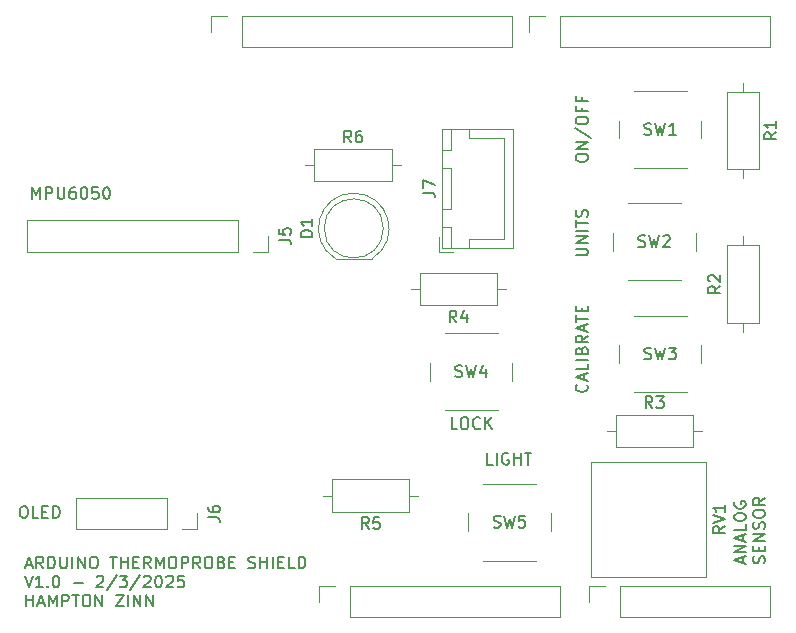
<source format=gbr>
%TF.GenerationSoftware,KiCad,Pcbnew,8.0.8*%
%TF.CreationDate,2025-02-03T18:19:12-07:00*%
%TF.ProjectId,project1,70726f6a-6563-4743-912e-6b696361645f,rev?*%
%TF.SameCoordinates,Original*%
%TF.FileFunction,Legend,Top*%
%TF.FilePolarity,Positive*%
%FSLAX46Y46*%
G04 Gerber Fmt 4.6, Leading zero omitted, Abs format (unit mm)*
G04 Created by KiCad (PCBNEW 8.0.8) date 2025-02-03 18:19:12*
%MOMM*%
%LPD*%
G01*
G04 APERTURE LIST*
%ADD10C,0.150000*%
%ADD11C,0.120000*%
G04 APERTURE END LIST*
D10*
X162474160Y-94210839D02*
X162474160Y-93734649D01*
X162759875Y-94306077D02*
X161759875Y-93972744D01*
X161759875Y-93972744D02*
X162759875Y-93639411D01*
X162759875Y-93306077D02*
X161759875Y-93306077D01*
X161759875Y-93306077D02*
X162759875Y-92734649D01*
X162759875Y-92734649D02*
X161759875Y-92734649D01*
X162474160Y-92306077D02*
X162474160Y-91829887D01*
X162759875Y-92401315D02*
X161759875Y-92067982D01*
X161759875Y-92067982D02*
X162759875Y-91734649D01*
X162759875Y-90925125D02*
X162759875Y-91401315D01*
X162759875Y-91401315D02*
X161759875Y-91401315D01*
X161759875Y-90401315D02*
X161759875Y-90210839D01*
X161759875Y-90210839D02*
X161807494Y-90115601D01*
X161807494Y-90115601D02*
X161902732Y-90020363D01*
X161902732Y-90020363D02*
X162093208Y-89972744D01*
X162093208Y-89972744D02*
X162426541Y-89972744D01*
X162426541Y-89972744D02*
X162617017Y-90020363D01*
X162617017Y-90020363D02*
X162712256Y-90115601D01*
X162712256Y-90115601D02*
X162759875Y-90210839D01*
X162759875Y-90210839D02*
X162759875Y-90401315D01*
X162759875Y-90401315D02*
X162712256Y-90496553D01*
X162712256Y-90496553D02*
X162617017Y-90591791D01*
X162617017Y-90591791D02*
X162426541Y-90639410D01*
X162426541Y-90639410D02*
X162093208Y-90639410D01*
X162093208Y-90639410D02*
X161902732Y-90591791D01*
X161902732Y-90591791D02*
X161807494Y-90496553D01*
X161807494Y-90496553D02*
X161759875Y-90401315D01*
X161807494Y-89020363D02*
X161759875Y-89115601D01*
X161759875Y-89115601D02*
X161759875Y-89258458D01*
X161759875Y-89258458D02*
X161807494Y-89401315D01*
X161807494Y-89401315D02*
X161902732Y-89496553D01*
X161902732Y-89496553D02*
X161997970Y-89544172D01*
X161997970Y-89544172D02*
X162188446Y-89591791D01*
X162188446Y-89591791D02*
X162331303Y-89591791D01*
X162331303Y-89591791D02*
X162521779Y-89544172D01*
X162521779Y-89544172D02*
X162617017Y-89496553D01*
X162617017Y-89496553D02*
X162712256Y-89401315D01*
X162712256Y-89401315D02*
X162759875Y-89258458D01*
X162759875Y-89258458D02*
X162759875Y-89163220D01*
X162759875Y-89163220D02*
X162712256Y-89020363D01*
X162712256Y-89020363D02*
X162664636Y-88972744D01*
X162664636Y-88972744D02*
X162331303Y-88972744D01*
X162331303Y-88972744D02*
X162331303Y-89163220D01*
X164322200Y-94210839D02*
X164369819Y-94067982D01*
X164369819Y-94067982D02*
X164369819Y-93829887D01*
X164369819Y-93829887D02*
X164322200Y-93734649D01*
X164322200Y-93734649D02*
X164274580Y-93687030D01*
X164274580Y-93687030D02*
X164179342Y-93639411D01*
X164179342Y-93639411D02*
X164084104Y-93639411D01*
X164084104Y-93639411D02*
X163988866Y-93687030D01*
X163988866Y-93687030D02*
X163941247Y-93734649D01*
X163941247Y-93734649D02*
X163893628Y-93829887D01*
X163893628Y-93829887D02*
X163846009Y-94020363D01*
X163846009Y-94020363D02*
X163798390Y-94115601D01*
X163798390Y-94115601D02*
X163750771Y-94163220D01*
X163750771Y-94163220D02*
X163655533Y-94210839D01*
X163655533Y-94210839D02*
X163560295Y-94210839D01*
X163560295Y-94210839D02*
X163465057Y-94163220D01*
X163465057Y-94163220D02*
X163417438Y-94115601D01*
X163417438Y-94115601D02*
X163369819Y-94020363D01*
X163369819Y-94020363D02*
X163369819Y-93782268D01*
X163369819Y-93782268D02*
X163417438Y-93639411D01*
X163846009Y-93210839D02*
X163846009Y-92877506D01*
X164369819Y-92734649D02*
X164369819Y-93210839D01*
X164369819Y-93210839D02*
X163369819Y-93210839D01*
X163369819Y-93210839D02*
X163369819Y-92734649D01*
X164369819Y-92306077D02*
X163369819Y-92306077D01*
X163369819Y-92306077D02*
X164369819Y-91734649D01*
X164369819Y-91734649D02*
X163369819Y-91734649D01*
X164322200Y-91306077D02*
X164369819Y-91163220D01*
X164369819Y-91163220D02*
X164369819Y-90925125D01*
X164369819Y-90925125D02*
X164322200Y-90829887D01*
X164322200Y-90829887D02*
X164274580Y-90782268D01*
X164274580Y-90782268D02*
X164179342Y-90734649D01*
X164179342Y-90734649D02*
X164084104Y-90734649D01*
X164084104Y-90734649D02*
X163988866Y-90782268D01*
X163988866Y-90782268D02*
X163941247Y-90829887D01*
X163941247Y-90829887D02*
X163893628Y-90925125D01*
X163893628Y-90925125D02*
X163846009Y-91115601D01*
X163846009Y-91115601D02*
X163798390Y-91210839D01*
X163798390Y-91210839D02*
X163750771Y-91258458D01*
X163750771Y-91258458D02*
X163655533Y-91306077D01*
X163655533Y-91306077D02*
X163560295Y-91306077D01*
X163560295Y-91306077D02*
X163465057Y-91258458D01*
X163465057Y-91258458D02*
X163417438Y-91210839D01*
X163417438Y-91210839D02*
X163369819Y-91115601D01*
X163369819Y-91115601D02*
X163369819Y-90877506D01*
X163369819Y-90877506D02*
X163417438Y-90734649D01*
X163369819Y-90115601D02*
X163369819Y-89925125D01*
X163369819Y-89925125D02*
X163417438Y-89829887D01*
X163417438Y-89829887D02*
X163512676Y-89734649D01*
X163512676Y-89734649D02*
X163703152Y-89687030D01*
X163703152Y-89687030D02*
X164036485Y-89687030D01*
X164036485Y-89687030D02*
X164226961Y-89734649D01*
X164226961Y-89734649D02*
X164322200Y-89829887D01*
X164322200Y-89829887D02*
X164369819Y-89925125D01*
X164369819Y-89925125D02*
X164369819Y-90115601D01*
X164369819Y-90115601D02*
X164322200Y-90210839D01*
X164322200Y-90210839D02*
X164226961Y-90306077D01*
X164226961Y-90306077D02*
X164036485Y-90353696D01*
X164036485Y-90353696D02*
X163703152Y-90353696D01*
X163703152Y-90353696D02*
X163512676Y-90306077D01*
X163512676Y-90306077D02*
X163417438Y-90210839D01*
X163417438Y-90210839D02*
X163369819Y-90115601D01*
X164369819Y-88687030D02*
X163893628Y-89020363D01*
X164369819Y-89258458D02*
X163369819Y-89258458D01*
X163369819Y-89258458D02*
X163369819Y-88877506D01*
X163369819Y-88877506D02*
X163417438Y-88782268D01*
X163417438Y-88782268D02*
X163465057Y-88734649D01*
X163465057Y-88734649D02*
X163560295Y-88687030D01*
X163560295Y-88687030D02*
X163703152Y-88687030D01*
X163703152Y-88687030D02*
X163798390Y-88734649D01*
X163798390Y-88734649D02*
X163846009Y-88782268D01*
X163846009Y-88782268D02*
X163893628Y-88877506D01*
X163893628Y-88877506D02*
X163893628Y-89258458D01*
X101527255Y-89369819D02*
X101717731Y-89369819D01*
X101717731Y-89369819D02*
X101812969Y-89417438D01*
X101812969Y-89417438D02*
X101908207Y-89512676D01*
X101908207Y-89512676D02*
X101955826Y-89703152D01*
X101955826Y-89703152D02*
X101955826Y-90036485D01*
X101955826Y-90036485D02*
X101908207Y-90226961D01*
X101908207Y-90226961D02*
X101812969Y-90322200D01*
X101812969Y-90322200D02*
X101717731Y-90369819D01*
X101717731Y-90369819D02*
X101527255Y-90369819D01*
X101527255Y-90369819D02*
X101432017Y-90322200D01*
X101432017Y-90322200D02*
X101336779Y-90226961D01*
X101336779Y-90226961D02*
X101289160Y-90036485D01*
X101289160Y-90036485D02*
X101289160Y-89703152D01*
X101289160Y-89703152D02*
X101336779Y-89512676D01*
X101336779Y-89512676D02*
X101432017Y-89417438D01*
X101432017Y-89417438D02*
X101527255Y-89369819D01*
X102860588Y-90369819D02*
X102384398Y-90369819D01*
X102384398Y-90369819D02*
X102384398Y-89369819D01*
X103193922Y-89846009D02*
X103527255Y-89846009D01*
X103670112Y-90369819D02*
X103193922Y-90369819D01*
X103193922Y-90369819D02*
X103193922Y-89369819D01*
X103193922Y-89369819D02*
X103670112Y-89369819D01*
X104098684Y-90369819D02*
X104098684Y-89369819D01*
X104098684Y-89369819D02*
X104336779Y-89369819D01*
X104336779Y-89369819D02*
X104479636Y-89417438D01*
X104479636Y-89417438D02*
X104574874Y-89512676D01*
X104574874Y-89512676D02*
X104622493Y-89607914D01*
X104622493Y-89607914D02*
X104670112Y-89798390D01*
X104670112Y-89798390D02*
X104670112Y-89941247D01*
X104670112Y-89941247D02*
X104622493Y-90131723D01*
X104622493Y-90131723D02*
X104574874Y-90226961D01*
X104574874Y-90226961D02*
X104479636Y-90322200D01*
X104479636Y-90322200D02*
X104336779Y-90369819D01*
X104336779Y-90369819D02*
X104098684Y-90369819D01*
X149274580Y-79091792D02*
X149322200Y-79139411D01*
X149322200Y-79139411D02*
X149369819Y-79282268D01*
X149369819Y-79282268D02*
X149369819Y-79377506D01*
X149369819Y-79377506D02*
X149322200Y-79520363D01*
X149322200Y-79520363D02*
X149226961Y-79615601D01*
X149226961Y-79615601D02*
X149131723Y-79663220D01*
X149131723Y-79663220D02*
X148941247Y-79710839D01*
X148941247Y-79710839D02*
X148798390Y-79710839D01*
X148798390Y-79710839D02*
X148607914Y-79663220D01*
X148607914Y-79663220D02*
X148512676Y-79615601D01*
X148512676Y-79615601D02*
X148417438Y-79520363D01*
X148417438Y-79520363D02*
X148369819Y-79377506D01*
X148369819Y-79377506D02*
X148369819Y-79282268D01*
X148369819Y-79282268D02*
X148417438Y-79139411D01*
X148417438Y-79139411D02*
X148465057Y-79091792D01*
X149084104Y-78710839D02*
X149084104Y-78234649D01*
X149369819Y-78806077D02*
X148369819Y-78472744D01*
X148369819Y-78472744D02*
X149369819Y-78139411D01*
X149369819Y-77329887D02*
X149369819Y-77806077D01*
X149369819Y-77806077D02*
X148369819Y-77806077D01*
X149369819Y-76996553D02*
X148369819Y-76996553D01*
X148846009Y-76187030D02*
X148893628Y-76044173D01*
X148893628Y-76044173D02*
X148941247Y-75996554D01*
X148941247Y-75996554D02*
X149036485Y-75948935D01*
X149036485Y-75948935D02*
X149179342Y-75948935D01*
X149179342Y-75948935D02*
X149274580Y-75996554D01*
X149274580Y-75996554D02*
X149322200Y-76044173D01*
X149322200Y-76044173D02*
X149369819Y-76139411D01*
X149369819Y-76139411D02*
X149369819Y-76520363D01*
X149369819Y-76520363D02*
X148369819Y-76520363D01*
X148369819Y-76520363D02*
X148369819Y-76187030D01*
X148369819Y-76187030D02*
X148417438Y-76091792D01*
X148417438Y-76091792D02*
X148465057Y-76044173D01*
X148465057Y-76044173D02*
X148560295Y-75996554D01*
X148560295Y-75996554D02*
X148655533Y-75996554D01*
X148655533Y-75996554D02*
X148750771Y-76044173D01*
X148750771Y-76044173D02*
X148798390Y-76091792D01*
X148798390Y-76091792D02*
X148846009Y-76187030D01*
X148846009Y-76187030D02*
X148846009Y-76520363D01*
X149369819Y-74948935D02*
X148893628Y-75282268D01*
X149369819Y-75520363D02*
X148369819Y-75520363D01*
X148369819Y-75520363D02*
X148369819Y-75139411D01*
X148369819Y-75139411D02*
X148417438Y-75044173D01*
X148417438Y-75044173D02*
X148465057Y-74996554D01*
X148465057Y-74996554D02*
X148560295Y-74948935D01*
X148560295Y-74948935D02*
X148703152Y-74948935D01*
X148703152Y-74948935D02*
X148798390Y-74996554D01*
X148798390Y-74996554D02*
X148846009Y-75044173D01*
X148846009Y-75044173D02*
X148893628Y-75139411D01*
X148893628Y-75139411D02*
X148893628Y-75520363D01*
X149084104Y-74567982D02*
X149084104Y-74091792D01*
X149369819Y-74663220D02*
X148369819Y-74329887D01*
X148369819Y-74329887D02*
X149369819Y-73996554D01*
X148369819Y-73806077D02*
X148369819Y-73234649D01*
X149369819Y-73520363D02*
X148369819Y-73520363D01*
X148846009Y-72901315D02*
X148846009Y-72567982D01*
X149369819Y-72425125D02*
X149369819Y-72901315D01*
X149369819Y-72901315D02*
X148369819Y-72901315D01*
X148369819Y-72901315D02*
X148369819Y-72425125D01*
X141312969Y-85869819D02*
X140836779Y-85869819D01*
X140836779Y-85869819D02*
X140836779Y-84869819D01*
X141646303Y-85869819D02*
X141646303Y-84869819D01*
X142646302Y-84917438D02*
X142551064Y-84869819D01*
X142551064Y-84869819D02*
X142408207Y-84869819D01*
X142408207Y-84869819D02*
X142265350Y-84917438D01*
X142265350Y-84917438D02*
X142170112Y-85012676D01*
X142170112Y-85012676D02*
X142122493Y-85107914D01*
X142122493Y-85107914D02*
X142074874Y-85298390D01*
X142074874Y-85298390D02*
X142074874Y-85441247D01*
X142074874Y-85441247D02*
X142122493Y-85631723D01*
X142122493Y-85631723D02*
X142170112Y-85726961D01*
X142170112Y-85726961D02*
X142265350Y-85822200D01*
X142265350Y-85822200D02*
X142408207Y-85869819D01*
X142408207Y-85869819D02*
X142503445Y-85869819D01*
X142503445Y-85869819D02*
X142646302Y-85822200D01*
X142646302Y-85822200D02*
X142693921Y-85774580D01*
X142693921Y-85774580D02*
X142693921Y-85441247D01*
X142693921Y-85441247D02*
X142503445Y-85441247D01*
X143122493Y-85869819D02*
X143122493Y-84869819D01*
X143122493Y-85346009D02*
X143693921Y-85346009D01*
X143693921Y-85869819D02*
X143693921Y-84869819D01*
X144027255Y-84869819D02*
X144598683Y-84869819D01*
X144312969Y-85869819D02*
X144312969Y-84869819D01*
X148369819Y-59972744D02*
X148369819Y-59782268D01*
X148369819Y-59782268D02*
X148417438Y-59687030D01*
X148417438Y-59687030D02*
X148512676Y-59591792D01*
X148512676Y-59591792D02*
X148703152Y-59544173D01*
X148703152Y-59544173D02*
X149036485Y-59544173D01*
X149036485Y-59544173D02*
X149226961Y-59591792D01*
X149226961Y-59591792D02*
X149322200Y-59687030D01*
X149322200Y-59687030D02*
X149369819Y-59782268D01*
X149369819Y-59782268D02*
X149369819Y-59972744D01*
X149369819Y-59972744D02*
X149322200Y-60067982D01*
X149322200Y-60067982D02*
X149226961Y-60163220D01*
X149226961Y-60163220D02*
X149036485Y-60210839D01*
X149036485Y-60210839D02*
X148703152Y-60210839D01*
X148703152Y-60210839D02*
X148512676Y-60163220D01*
X148512676Y-60163220D02*
X148417438Y-60067982D01*
X148417438Y-60067982D02*
X148369819Y-59972744D01*
X149369819Y-59115601D02*
X148369819Y-59115601D01*
X148369819Y-59115601D02*
X149369819Y-58544173D01*
X149369819Y-58544173D02*
X148369819Y-58544173D01*
X148322200Y-57353697D02*
X149607914Y-58210839D01*
X148369819Y-56829887D02*
X148369819Y-56639411D01*
X148369819Y-56639411D02*
X148417438Y-56544173D01*
X148417438Y-56544173D02*
X148512676Y-56448935D01*
X148512676Y-56448935D02*
X148703152Y-56401316D01*
X148703152Y-56401316D02*
X149036485Y-56401316D01*
X149036485Y-56401316D02*
X149226961Y-56448935D01*
X149226961Y-56448935D02*
X149322200Y-56544173D01*
X149322200Y-56544173D02*
X149369819Y-56639411D01*
X149369819Y-56639411D02*
X149369819Y-56829887D01*
X149369819Y-56829887D02*
X149322200Y-56925125D01*
X149322200Y-56925125D02*
X149226961Y-57020363D01*
X149226961Y-57020363D02*
X149036485Y-57067982D01*
X149036485Y-57067982D02*
X148703152Y-57067982D01*
X148703152Y-57067982D02*
X148512676Y-57020363D01*
X148512676Y-57020363D02*
X148417438Y-56925125D01*
X148417438Y-56925125D02*
X148369819Y-56829887D01*
X148846009Y-55639411D02*
X148846009Y-55972744D01*
X149369819Y-55972744D02*
X148369819Y-55972744D01*
X148369819Y-55972744D02*
X148369819Y-55496554D01*
X148846009Y-54782268D02*
X148846009Y-55115601D01*
X149369819Y-55115601D02*
X148369819Y-55115601D01*
X148369819Y-55115601D02*
X148369819Y-54639411D01*
X101789160Y-94364216D02*
X102265350Y-94364216D01*
X101693922Y-94649931D02*
X102027255Y-93649931D01*
X102027255Y-93649931D02*
X102360588Y-94649931D01*
X103265350Y-94649931D02*
X102932017Y-94173740D01*
X102693922Y-94649931D02*
X102693922Y-93649931D01*
X102693922Y-93649931D02*
X103074874Y-93649931D01*
X103074874Y-93649931D02*
X103170112Y-93697550D01*
X103170112Y-93697550D02*
X103217731Y-93745169D01*
X103217731Y-93745169D02*
X103265350Y-93840407D01*
X103265350Y-93840407D02*
X103265350Y-93983264D01*
X103265350Y-93983264D02*
X103217731Y-94078502D01*
X103217731Y-94078502D02*
X103170112Y-94126121D01*
X103170112Y-94126121D02*
X103074874Y-94173740D01*
X103074874Y-94173740D02*
X102693922Y-94173740D01*
X103693922Y-94649931D02*
X103693922Y-93649931D01*
X103693922Y-93649931D02*
X103932017Y-93649931D01*
X103932017Y-93649931D02*
X104074874Y-93697550D01*
X104074874Y-93697550D02*
X104170112Y-93792788D01*
X104170112Y-93792788D02*
X104217731Y-93888026D01*
X104217731Y-93888026D02*
X104265350Y-94078502D01*
X104265350Y-94078502D02*
X104265350Y-94221359D01*
X104265350Y-94221359D02*
X104217731Y-94411835D01*
X104217731Y-94411835D02*
X104170112Y-94507073D01*
X104170112Y-94507073D02*
X104074874Y-94602312D01*
X104074874Y-94602312D02*
X103932017Y-94649931D01*
X103932017Y-94649931D02*
X103693922Y-94649931D01*
X104693922Y-93649931D02*
X104693922Y-94459454D01*
X104693922Y-94459454D02*
X104741541Y-94554692D01*
X104741541Y-94554692D02*
X104789160Y-94602312D01*
X104789160Y-94602312D02*
X104884398Y-94649931D01*
X104884398Y-94649931D02*
X105074874Y-94649931D01*
X105074874Y-94649931D02*
X105170112Y-94602312D01*
X105170112Y-94602312D02*
X105217731Y-94554692D01*
X105217731Y-94554692D02*
X105265350Y-94459454D01*
X105265350Y-94459454D02*
X105265350Y-93649931D01*
X105741541Y-94649931D02*
X105741541Y-93649931D01*
X106217731Y-94649931D02*
X106217731Y-93649931D01*
X106217731Y-93649931D02*
X106789159Y-94649931D01*
X106789159Y-94649931D02*
X106789159Y-93649931D01*
X107455826Y-93649931D02*
X107646302Y-93649931D01*
X107646302Y-93649931D02*
X107741540Y-93697550D01*
X107741540Y-93697550D02*
X107836778Y-93792788D01*
X107836778Y-93792788D02*
X107884397Y-93983264D01*
X107884397Y-93983264D02*
X107884397Y-94316597D01*
X107884397Y-94316597D02*
X107836778Y-94507073D01*
X107836778Y-94507073D02*
X107741540Y-94602312D01*
X107741540Y-94602312D02*
X107646302Y-94649931D01*
X107646302Y-94649931D02*
X107455826Y-94649931D01*
X107455826Y-94649931D02*
X107360588Y-94602312D01*
X107360588Y-94602312D02*
X107265350Y-94507073D01*
X107265350Y-94507073D02*
X107217731Y-94316597D01*
X107217731Y-94316597D02*
X107217731Y-93983264D01*
X107217731Y-93983264D02*
X107265350Y-93792788D01*
X107265350Y-93792788D02*
X107360588Y-93697550D01*
X107360588Y-93697550D02*
X107455826Y-93649931D01*
X108932017Y-93649931D02*
X109503445Y-93649931D01*
X109217731Y-94649931D02*
X109217731Y-93649931D01*
X109836779Y-94649931D02*
X109836779Y-93649931D01*
X109836779Y-94126121D02*
X110408207Y-94126121D01*
X110408207Y-94649931D02*
X110408207Y-93649931D01*
X110884398Y-94126121D02*
X111217731Y-94126121D01*
X111360588Y-94649931D02*
X110884398Y-94649931D01*
X110884398Y-94649931D02*
X110884398Y-93649931D01*
X110884398Y-93649931D02*
X111360588Y-93649931D01*
X112360588Y-94649931D02*
X112027255Y-94173740D01*
X111789160Y-94649931D02*
X111789160Y-93649931D01*
X111789160Y-93649931D02*
X112170112Y-93649931D01*
X112170112Y-93649931D02*
X112265350Y-93697550D01*
X112265350Y-93697550D02*
X112312969Y-93745169D01*
X112312969Y-93745169D02*
X112360588Y-93840407D01*
X112360588Y-93840407D02*
X112360588Y-93983264D01*
X112360588Y-93983264D02*
X112312969Y-94078502D01*
X112312969Y-94078502D02*
X112265350Y-94126121D01*
X112265350Y-94126121D02*
X112170112Y-94173740D01*
X112170112Y-94173740D02*
X111789160Y-94173740D01*
X112789160Y-94649931D02*
X112789160Y-93649931D01*
X112789160Y-93649931D02*
X113122493Y-94364216D01*
X113122493Y-94364216D02*
X113455826Y-93649931D01*
X113455826Y-93649931D02*
X113455826Y-94649931D01*
X114122493Y-93649931D02*
X114312969Y-93649931D01*
X114312969Y-93649931D02*
X114408207Y-93697550D01*
X114408207Y-93697550D02*
X114503445Y-93792788D01*
X114503445Y-93792788D02*
X114551064Y-93983264D01*
X114551064Y-93983264D02*
X114551064Y-94316597D01*
X114551064Y-94316597D02*
X114503445Y-94507073D01*
X114503445Y-94507073D02*
X114408207Y-94602312D01*
X114408207Y-94602312D02*
X114312969Y-94649931D01*
X114312969Y-94649931D02*
X114122493Y-94649931D01*
X114122493Y-94649931D02*
X114027255Y-94602312D01*
X114027255Y-94602312D02*
X113932017Y-94507073D01*
X113932017Y-94507073D02*
X113884398Y-94316597D01*
X113884398Y-94316597D02*
X113884398Y-93983264D01*
X113884398Y-93983264D02*
X113932017Y-93792788D01*
X113932017Y-93792788D02*
X114027255Y-93697550D01*
X114027255Y-93697550D02*
X114122493Y-93649931D01*
X114979636Y-94649931D02*
X114979636Y-93649931D01*
X114979636Y-93649931D02*
X115360588Y-93649931D01*
X115360588Y-93649931D02*
X115455826Y-93697550D01*
X115455826Y-93697550D02*
X115503445Y-93745169D01*
X115503445Y-93745169D02*
X115551064Y-93840407D01*
X115551064Y-93840407D02*
X115551064Y-93983264D01*
X115551064Y-93983264D02*
X115503445Y-94078502D01*
X115503445Y-94078502D02*
X115455826Y-94126121D01*
X115455826Y-94126121D02*
X115360588Y-94173740D01*
X115360588Y-94173740D02*
X114979636Y-94173740D01*
X116551064Y-94649931D02*
X116217731Y-94173740D01*
X115979636Y-94649931D02*
X115979636Y-93649931D01*
X115979636Y-93649931D02*
X116360588Y-93649931D01*
X116360588Y-93649931D02*
X116455826Y-93697550D01*
X116455826Y-93697550D02*
X116503445Y-93745169D01*
X116503445Y-93745169D02*
X116551064Y-93840407D01*
X116551064Y-93840407D02*
X116551064Y-93983264D01*
X116551064Y-93983264D02*
X116503445Y-94078502D01*
X116503445Y-94078502D02*
X116455826Y-94126121D01*
X116455826Y-94126121D02*
X116360588Y-94173740D01*
X116360588Y-94173740D02*
X115979636Y-94173740D01*
X117170112Y-93649931D02*
X117360588Y-93649931D01*
X117360588Y-93649931D02*
X117455826Y-93697550D01*
X117455826Y-93697550D02*
X117551064Y-93792788D01*
X117551064Y-93792788D02*
X117598683Y-93983264D01*
X117598683Y-93983264D02*
X117598683Y-94316597D01*
X117598683Y-94316597D02*
X117551064Y-94507073D01*
X117551064Y-94507073D02*
X117455826Y-94602312D01*
X117455826Y-94602312D02*
X117360588Y-94649931D01*
X117360588Y-94649931D02*
X117170112Y-94649931D01*
X117170112Y-94649931D02*
X117074874Y-94602312D01*
X117074874Y-94602312D02*
X116979636Y-94507073D01*
X116979636Y-94507073D02*
X116932017Y-94316597D01*
X116932017Y-94316597D02*
X116932017Y-93983264D01*
X116932017Y-93983264D02*
X116979636Y-93792788D01*
X116979636Y-93792788D02*
X117074874Y-93697550D01*
X117074874Y-93697550D02*
X117170112Y-93649931D01*
X118360588Y-94126121D02*
X118503445Y-94173740D01*
X118503445Y-94173740D02*
X118551064Y-94221359D01*
X118551064Y-94221359D02*
X118598683Y-94316597D01*
X118598683Y-94316597D02*
X118598683Y-94459454D01*
X118598683Y-94459454D02*
X118551064Y-94554692D01*
X118551064Y-94554692D02*
X118503445Y-94602312D01*
X118503445Y-94602312D02*
X118408207Y-94649931D01*
X118408207Y-94649931D02*
X118027255Y-94649931D01*
X118027255Y-94649931D02*
X118027255Y-93649931D01*
X118027255Y-93649931D02*
X118360588Y-93649931D01*
X118360588Y-93649931D02*
X118455826Y-93697550D01*
X118455826Y-93697550D02*
X118503445Y-93745169D01*
X118503445Y-93745169D02*
X118551064Y-93840407D01*
X118551064Y-93840407D02*
X118551064Y-93935645D01*
X118551064Y-93935645D02*
X118503445Y-94030883D01*
X118503445Y-94030883D02*
X118455826Y-94078502D01*
X118455826Y-94078502D02*
X118360588Y-94126121D01*
X118360588Y-94126121D02*
X118027255Y-94126121D01*
X119027255Y-94126121D02*
X119360588Y-94126121D01*
X119503445Y-94649931D02*
X119027255Y-94649931D01*
X119027255Y-94649931D02*
X119027255Y-93649931D01*
X119027255Y-93649931D02*
X119503445Y-93649931D01*
X120646303Y-94602312D02*
X120789160Y-94649931D01*
X120789160Y-94649931D02*
X121027255Y-94649931D01*
X121027255Y-94649931D02*
X121122493Y-94602312D01*
X121122493Y-94602312D02*
X121170112Y-94554692D01*
X121170112Y-94554692D02*
X121217731Y-94459454D01*
X121217731Y-94459454D02*
X121217731Y-94364216D01*
X121217731Y-94364216D02*
X121170112Y-94268978D01*
X121170112Y-94268978D02*
X121122493Y-94221359D01*
X121122493Y-94221359D02*
X121027255Y-94173740D01*
X121027255Y-94173740D02*
X120836779Y-94126121D01*
X120836779Y-94126121D02*
X120741541Y-94078502D01*
X120741541Y-94078502D02*
X120693922Y-94030883D01*
X120693922Y-94030883D02*
X120646303Y-93935645D01*
X120646303Y-93935645D02*
X120646303Y-93840407D01*
X120646303Y-93840407D02*
X120693922Y-93745169D01*
X120693922Y-93745169D02*
X120741541Y-93697550D01*
X120741541Y-93697550D02*
X120836779Y-93649931D01*
X120836779Y-93649931D02*
X121074874Y-93649931D01*
X121074874Y-93649931D02*
X121217731Y-93697550D01*
X121646303Y-94649931D02*
X121646303Y-93649931D01*
X121646303Y-94126121D02*
X122217731Y-94126121D01*
X122217731Y-94649931D02*
X122217731Y-93649931D01*
X122693922Y-94649931D02*
X122693922Y-93649931D01*
X123170112Y-94126121D02*
X123503445Y-94126121D01*
X123646302Y-94649931D02*
X123170112Y-94649931D01*
X123170112Y-94649931D02*
X123170112Y-93649931D01*
X123170112Y-93649931D02*
X123646302Y-93649931D01*
X124551064Y-94649931D02*
X124074874Y-94649931D01*
X124074874Y-94649931D02*
X124074874Y-93649931D01*
X124884398Y-94649931D02*
X124884398Y-93649931D01*
X124884398Y-93649931D02*
X125122493Y-93649931D01*
X125122493Y-93649931D02*
X125265350Y-93697550D01*
X125265350Y-93697550D02*
X125360588Y-93792788D01*
X125360588Y-93792788D02*
X125408207Y-93888026D01*
X125408207Y-93888026D02*
X125455826Y-94078502D01*
X125455826Y-94078502D02*
X125455826Y-94221359D01*
X125455826Y-94221359D02*
X125408207Y-94411835D01*
X125408207Y-94411835D02*
X125360588Y-94507073D01*
X125360588Y-94507073D02*
X125265350Y-94602312D01*
X125265350Y-94602312D02*
X125122493Y-94649931D01*
X125122493Y-94649931D02*
X124884398Y-94649931D01*
X101693922Y-95259875D02*
X102027255Y-96259875D01*
X102027255Y-96259875D02*
X102360588Y-95259875D01*
X103217731Y-96259875D02*
X102646303Y-96259875D01*
X102932017Y-96259875D02*
X102932017Y-95259875D01*
X102932017Y-95259875D02*
X102836779Y-95402732D01*
X102836779Y-95402732D02*
X102741541Y-95497970D01*
X102741541Y-95497970D02*
X102646303Y-95545589D01*
X103646303Y-96164636D02*
X103693922Y-96212256D01*
X103693922Y-96212256D02*
X103646303Y-96259875D01*
X103646303Y-96259875D02*
X103598684Y-96212256D01*
X103598684Y-96212256D02*
X103646303Y-96164636D01*
X103646303Y-96164636D02*
X103646303Y-96259875D01*
X104312969Y-95259875D02*
X104408207Y-95259875D01*
X104408207Y-95259875D02*
X104503445Y-95307494D01*
X104503445Y-95307494D02*
X104551064Y-95355113D01*
X104551064Y-95355113D02*
X104598683Y-95450351D01*
X104598683Y-95450351D02*
X104646302Y-95640827D01*
X104646302Y-95640827D02*
X104646302Y-95878922D01*
X104646302Y-95878922D02*
X104598683Y-96069398D01*
X104598683Y-96069398D02*
X104551064Y-96164636D01*
X104551064Y-96164636D02*
X104503445Y-96212256D01*
X104503445Y-96212256D02*
X104408207Y-96259875D01*
X104408207Y-96259875D02*
X104312969Y-96259875D01*
X104312969Y-96259875D02*
X104217731Y-96212256D01*
X104217731Y-96212256D02*
X104170112Y-96164636D01*
X104170112Y-96164636D02*
X104122493Y-96069398D01*
X104122493Y-96069398D02*
X104074874Y-95878922D01*
X104074874Y-95878922D02*
X104074874Y-95640827D01*
X104074874Y-95640827D02*
X104122493Y-95450351D01*
X104122493Y-95450351D02*
X104170112Y-95355113D01*
X104170112Y-95355113D02*
X104217731Y-95307494D01*
X104217731Y-95307494D02*
X104312969Y-95259875D01*
X105836779Y-95878922D02*
X106598684Y-95878922D01*
X107789160Y-95355113D02*
X107836779Y-95307494D01*
X107836779Y-95307494D02*
X107932017Y-95259875D01*
X107932017Y-95259875D02*
X108170112Y-95259875D01*
X108170112Y-95259875D02*
X108265350Y-95307494D01*
X108265350Y-95307494D02*
X108312969Y-95355113D01*
X108312969Y-95355113D02*
X108360588Y-95450351D01*
X108360588Y-95450351D02*
X108360588Y-95545589D01*
X108360588Y-95545589D02*
X108312969Y-95688446D01*
X108312969Y-95688446D02*
X107741541Y-96259875D01*
X107741541Y-96259875D02*
X108360588Y-96259875D01*
X109503445Y-95212256D02*
X108646303Y-96497970D01*
X109741541Y-95259875D02*
X110360588Y-95259875D01*
X110360588Y-95259875D02*
X110027255Y-95640827D01*
X110027255Y-95640827D02*
X110170112Y-95640827D01*
X110170112Y-95640827D02*
X110265350Y-95688446D01*
X110265350Y-95688446D02*
X110312969Y-95736065D01*
X110312969Y-95736065D02*
X110360588Y-95831303D01*
X110360588Y-95831303D02*
X110360588Y-96069398D01*
X110360588Y-96069398D02*
X110312969Y-96164636D01*
X110312969Y-96164636D02*
X110265350Y-96212256D01*
X110265350Y-96212256D02*
X110170112Y-96259875D01*
X110170112Y-96259875D02*
X109884398Y-96259875D01*
X109884398Y-96259875D02*
X109789160Y-96212256D01*
X109789160Y-96212256D02*
X109741541Y-96164636D01*
X111503445Y-95212256D02*
X110646303Y-96497970D01*
X111789160Y-95355113D02*
X111836779Y-95307494D01*
X111836779Y-95307494D02*
X111932017Y-95259875D01*
X111932017Y-95259875D02*
X112170112Y-95259875D01*
X112170112Y-95259875D02*
X112265350Y-95307494D01*
X112265350Y-95307494D02*
X112312969Y-95355113D01*
X112312969Y-95355113D02*
X112360588Y-95450351D01*
X112360588Y-95450351D02*
X112360588Y-95545589D01*
X112360588Y-95545589D02*
X112312969Y-95688446D01*
X112312969Y-95688446D02*
X111741541Y-96259875D01*
X111741541Y-96259875D02*
X112360588Y-96259875D01*
X112979636Y-95259875D02*
X113074874Y-95259875D01*
X113074874Y-95259875D02*
X113170112Y-95307494D01*
X113170112Y-95307494D02*
X113217731Y-95355113D01*
X113217731Y-95355113D02*
X113265350Y-95450351D01*
X113265350Y-95450351D02*
X113312969Y-95640827D01*
X113312969Y-95640827D02*
X113312969Y-95878922D01*
X113312969Y-95878922D02*
X113265350Y-96069398D01*
X113265350Y-96069398D02*
X113217731Y-96164636D01*
X113217731Y-96164636D02*
X113170112Y-96212256D01*
X113170112Y-96212256D02*
X113074874Y-96259875D01*
X113074874Y-96259875D02*
X112979636Y-96259875D01*
X112979636Y-96259875D02*
X112884398Y-96212256D01*
X112884398Y-96212256D02*
X112836779Y-96164636D01*
X112836779Y-96164636D02*
X112789160Y-96069398D01*
X112789160Y-96069398D02*
X112741541Y-95878922D01*
X112741541Y-95878922D02*
X112741541Y-95640827D01*
X112741541Y-95640827D02*
X112789160Y-95450351D01*
X112789160Y-95450351D02*
X112836779Y-95355113D01*
X112836779Y-95355113D02*
X112884398Y-95307494D01*
X112884398Y-95307494D02*
X112979636Y-95259875D01*
X113693922Y-95355113D02*
X113741541Y-95307494D01*
X113741541Y-95307494D02*
X113836779Y-95259875D01*
X113836779Y-95259875D02*
X114074874Y-95259875D01*
X114074874Y-95259875D02*
X114170112Y-95307494D01*
X114170112Y-95307494D02*
X114217731Y-95355113D01*
X114217731Y-95355113D02*
X114265350Y-95450351D01*
X114265350Y-95450351D02*
X114265350Y-95545589D01*
X114265350Y-95545589D02*
X114217731Y-95688446D01*
X114217731Y-95688446D02*
X113646303Y-96259875D01*
X113646303Y-96259875D02*
X114265350Y-96259875D01*
X115170112Y-95259875D02*
X114693922Y-95259875D01*
X114693922Y-95259875D02*
X114646303Y-95736065D01*
X114646303Y-95736065D02*
X114693922Y-95688446D01*
X114693922Y-95688446D02*
X114789160Y-95640827D01*
X114789160Y-95640827D02*
X115027255Y-95640827D01*
X115027255Y-95640827D02*
X115122493Y-95688446D01*
X115122493Y-95688446D02*
X115170112Y-95736065D01*
X115170112Y-95736065D02*
X115217731Y-95831303D01*
X115217731Y-95831303D02*
X115217731Y-96069398D01*
X115217731Y-96069398D02*
X115170112Y-96164636D01*
X115170112Y-96164636D02*
X115122493Y-96212256D01*
X115122493Y-96212256D02*
X115027255Y-96259875D01*
X115027255Y-96259875D02*
X114789160Y-96259875D01*
X114789160Y-96259875D02*
X114693922Y-96212256D01*
X114693922Y-96212256D02*
X114646303Y-96164636D01*
X101836779Y-97869819D02*
X101836779Y-96869819D01*
X101836779Y-97346009D02*
X102408207Y-97346009D01*
X102408207Y-97869819D02*
X102408207Y-96869819D01*
X102836779Y-97584104D02*
X103312969Y-97584104D01*
X102741541Y-97869819D02*
X103074874Y-96869819D01*
X103074874Y-96869819D02*
X103408207Y-97869819D01*
X103741541Y-97869819D02*
X103741541Y-96869819D01*
X103741541Y-96869819D02*
X104074874Y-97584104D01*
X104074874Y-97584104D02*
X104408207Y-96869819D01*
X104408207Y-96869819D02*
X104408207Y-97869819D01*
X104884398Y-97869819D02*
X104884398Y-96869819D01*
X104884398Y-96869819D02*
X105265350Y-96869819D01*
X105265350Y-96869819D02*
X105360588Y-96917438D01*
X105360588Y-96917438D02*
X105408207Y-96965057D01*
X105408207Y-96965057D02*
X105455826Y-97060295D01*
X105455826Y-97060295D02*
X105455826Y-97203152D01*
X105455826Y-97203152D02*
X105408207Y-97298390D01*
X105408207Y-97298390D02*
X105360588Y-97346009D01*
X105360588Y-97346009D02*
X105265350Y-97393628D01*
X105265350Y-97393628D02*
X104884398Y-97393628D01*
X105741541Y-96869819D02*
X106312969Y-96869819D01*
X106027255Y-97869819D02*
X106027255Y-96869819D01*
X106836779Y-96869819D02*
X107027255Y-96869819D01*
X107027255Y-96869819D02*
X107122493Y-96917438D01*
X107122493Y-96917438D02*
X107217731Y-97012676D01*
X107217731Y-97012676D02*
X107265350Y-97203152D01*
X107265350Y-97203152D02*
X107265350Y-97536485D01*
X107265350Y-97536485D02*
X107217731Y-97726961D01*
X107217731Y-97726961D02*
X107122493Y-97822200D01*
X107122493Y-97822200D02*
X107027255Y-97869819D01*
X107027255Y-97869819D02*
X106836779Y-97869819D01*
X106836779Y-97869819D02*
X106741541Y-97822200D01*
X106741541Y-97822200D02*
X106646303Y-97726961D01*
X106646303Y-97726961D02*
X106598684Y-97536485D01*
X106598684Y-97536485D02*
X106598684Y-97203152D01*
X106598684Y-97203152D02*
X106646303Y-97012676D01*
X106646303Y-97012676D02*
X106741541Y-96917438D01*
X106741541Y-96917438D02*
X106836779Y-96869819D01*
X107693922Y-97869819D02*
X107693922Y-96869819D01*
X107693922Y-96869819D02*
X108265350Y-97869819D01*
X108265350Y-97869819D02*
X108265350Y-96869819D01*
X109408208Y-96869819D02*
X110074874Y-96869819D01*
X110074874Y-96869819D02*
X109408208Y-97869819D01*
X109408208Y-97869819D02*
X110074874Y-97869819D01*
X110455827Y-97869819D02*
X110455827Y-96869819D01*
X110932017Y-97869819D02*
X110932017Y-96869819D01*
X110932017Y-96869819D02*
X111503445Y-97869819D01*
X111503445Y-97869819D02*
X111503445Y-96869819D01*
X111979636Y-97869819D02*
X111979636Y-96869819D01*
X111979636Y-96869819D02*
X112551064Y-97869819D01*
X112551064Y-97869819D02*
X112551064Y-96869819D01*
X102336779Y-63369819D02*
X102336779Y-62369819D01*
X102336779Y-62369819D02*
X102670112Y-63084104D01*
X102670112Y-63084104D02*
X103003445Y-62369819D01*
X103003445Y-62369819D02*
X103003445Y-63369819D01*
X103479636Y-63369819D02*
X103479636Y-62369819D01*
X103479636Y-62369819D02*
X103860588Y-62369819D01*
X103860588Y-62369819D02*
X103955826Y-62417438D01*
X103955826Y-62417438D02*
X104003445Y-62465057D01*
X104003445Y-62465057D02*
X104051064Y-62560295D01*
X104051064Y-62560295D02*
X104051064Y-62703152D01*
X104051064Y-62703152D02*
X104003445Y-62798390D01*
X104003445Y-62798390D02*
X103955826Y-62846009D01*
X103955826Y-62846009D02*
X103860588Y-62893628D01*
X103860588Y-62893628D02*
X103479636Y-62893628D01*
X104479636Y-62369819D02*
X104479636Y-63179342D01*
X104479636Y-63179342D02*
X104527255Y-63274580D01*
X104527255Y-63274580D02*
X104574874Y-63322200D01*
X104574874Y-63322200D02*
X104670112Y-63369819D01*
X104670112Y-63369819D02*
X104860588Y-63369819D01*
X104860588Y-63369819D02*
X104955826Y-63322200D01*
X104955826Y-63322200D02*
X105003445Y-63274580D01*
X105003445Y-63274580D02*
X105051064Y-63179342D01*
X105051064Y-63179342D02*
X105051064Y-62369819D01*
X105955826Y-62369819D02*
X105765350Y-62369819D01*
X105765350Y-62369819D02*
X105670112Y-62417438D01*
X105670112Y-62417438D02*
X105622493Y-62465057D01*
X105622493Y-62465057D02*
X105527255Y-62607914D01*
X105527255Y-62607914D02*
X105479636Y-62798390D01*
X105479636Y-62798390D02*
X105479636Y-63179342D01*
X105479636Y-63179342D02*
X105527255Y-63274580D01*
X105527255Y-63274580D02*
X105574874Y-63322200D01*
X105574874Y-63322200D02*
X105670112Y-63369819D01*
X105670112Y-63369819D02*
X105860588Y-63369819D01*
X105860588Y-63369819D02*
X105955826Y-63322200D01*
X105955826Y-63322200D02*
X106003445Y-63274580D01*
X106003445Y-63274580D02*
X106051064Y-63179342D01*
X106051064Y-63179342D02*
X106051064Y-62941247D01*
X106051064Y-62941247D02*
X106003445Y-62846009D01*
X106003445Y-62846009D02*
X105955826Y-62798390D01*
X105955826Y-62798390D02*
X105860588Y-62750771D01*
X105860588Y-62750771D02*
X105670112Y-62750771D01*
X105670112Y-62750771D02*
X105574874Y-62798390D01*
X105574874Y-62798390D02*
X105527255Y-62846009D01*
X105527255Y-62846009D02*
X105479636Y-62941247D01*
X106670112Y-62369819D02*
X106765350Y-62369819D01*
X106765350Y-62369819D02*
X106860588Y-62417438D01*
X106860588Y-62417438D02*
X106908207Y-62465057D01*
X106908207Y-62465057D02*
X106955826Y-62560295D01*
X106955826Y-62560295D02*
X107003445Y-62750771D01*
X107003445Y-62750771D02*
X107003445Y-62988866D01*
X107003445Y-62988866D02*
X106955826Y-63179342D01*
X106955826Y-63179342D02*
X106908207Y-63274580D01*
X106908207Y-63274580D02*
X106860588Y-63322200D01*
X106860588Y-63322200D02*
X106765350Y-63369819D01*
X106765350Y-63369819D02*
X106670112Y-63369819D01*
X106670112Y-63369819D02*
X106574874Y-63322200D01*
X106574874Y-63322200D02*
X106527255Y-63274580D01*
X106527255Y-63274580D02*
X106479636Y-63179342D01*
X106479636Y-63179342D02*
X106432017Y-62988866D01*
X106432017Y-62988866D02*
X106432017Y-62750771D01*
X106432017Y-62750771D02*
X106479636Y-62560295D01*
X106479636Y-62560295D02*
X106527255Y-62465057D01*
X106527255Y-62465057D02*
X106574874Y-62417438D01*
X106574874Y-62417438D02*
X106670112Y-62369819D01*
X107908207Y-62369819D02*
X107432017Y-62369819D01*
X107432017Y-62369819D02*
X107384398Y-62846009D01*
X107384398Y-62846009D02*
X107432017Y-62798390D01*
X107432017Y-62798390D02*
X107527255Y-62750771D01*
X107527255Y-62750771D02*
X107765350Y-62750771D01*
X107765350Y-62750771D02*
X107860588Y-62798390D01*
X107860588Y-62798390D02*
X107908207Y-62846009D01*
X107908207Y-62846009D02*
X107955826Y-62941247D01*
X107955826Y-62941247D02*
X107955826Y-63179342D01*
X107955826Y-63179342D02*
X107908207Y-63274580D01*
X107908207Y-63274580D02*
X107860588Y-63322200D01*
X107860588Y-63322200D02*
X107765350Y-63369819D01*
X107765350Y-63369819D02*
X107527255Y-63369819D01*
X107527255Y-63369819D02*
X107432017Y-63322200D01*
X107432017Y-63322200D02*
X107384398Y-63274580D01*
X108574874Y-62369819D02*
X108670112Y-62369819D01*
X108670112Y-62369819D02*
X108765350Y-62417438D01*
X108765350Y-62417438D02*
X108812969Y-62465057D01*
X108812969Y-62465057D02*
X108860588Y-62560295D01*
X108860588Y-62560295D02*
X108908207Y-62750771D01*
X108908207Y-62750771D02*
X108908207Y-62988866D01*
X108908207Y-62988866D02*
X108860588Y-63179342D01*
X108860588Y-63179342D02*
X108812969Y-63274580D01*
X108812969Y-63274580D02*
X108765350Y-63322200D01*
X108765350Y-63322200D02*
X108670112Y-63369819D01*
X108670112Y-63369819D02*
X108574874Y-63369819D01*
X108574874Y-63369819D02*
X108479636Y-63322200D01*
X108479636Y-63322200D02*
X108432017Y-63274580D01*
X108432017Y-63274580D02*
X108384398Y-63179342D01*
X108384398Y-63179342D02*
X108336779Y-62988866D01*
X108336779Y-62988866D02*
X108336779Y-62750771D01*
X108336779Y-62750771D02*
X108384398Y-62560295D01*
X108384398Y-62560295D02*
X108432017Y-62465057D01*
X108432017Y-62465057D02*
X108479636Y-62417438D01*
X108479636Y-62417438D02*
X108574874Y-62369819D01*
X138312969Y-82869819D02*
X137836779Y-82869819D01*
X137836779Y-82869819D02*
X137836779Y-81869819D01*
X138836779Y-81869819D02*
X139027255Y-81869819D01*
X139027255Y-81869819D02*
X139122493Y-81917438D01*
X139122493Y-81917438D02*
X139217731Y-82012676D01*
X139217731Y-82012676D02*
X139265350Y-82203152D01*
X139265350Y-82203152D02*
X139265350Y-82536485D01*
X139265350Y-82536485D02*
X139217731Y-82726961D01*
X139217731Y-82726961D02*
X139122493Y-82822200D01*
X139122493Y-82822200D02*
X139027255Y-82869819D01*
X139027255Y-82869819D02*
X138836779Y-82869819D01*
X138836779Y-82869819D02*
X138741541Y-82822200D01*
X138741541Y-82822200D02*
X138646303Y-82726961D01*
X138646303Y-82726961D02*
X138598684Y-82536485D01*
X138598684Y-82536485D02*
X138598684Y-82203152D01*
X138598684Y-82203152D02*
X138646303Y-82012676D01*
X138646303Y-82012676D02*
X138741541Y-81917438D01*
X138741541Y-81917438D02*
X138836779Y-81869819D01*
X140265350Y-82774580D02*
X140217731Y-82822200D01*
X140217731Y-82822200D02*
X140074874Y-82869819D01*
X140074874Y-82869819D02*
X139979636Y-82869819D01*
X139979636Y-82869819D02*
X139836779Y-82822200D01*
X139836779Y-82822200D02*
X139741541Y-82726961D01*
X139741541Y-82726961D02*
X139693922Y-82631723D01*
X139693922Y-82631723D02*
X139646303Y-82441247D01*
X139646303Y-82441247D02*
X139646303Y-82298390D01*
X139646303Y-82298390D02*
X139693922Y-82107914D01*
X139693922Y-82107914D02*
X139741541Y-82012676D01*
X139741541Y-82012676D02*
X139836779Y-81917438D01*
X139836779Y-81917438D02*
X139979636Y-81869819D01*
X139979636Y-81869819D02*
X140074874Y-81869819D01*
X140074874Y-81869819D02*
X140217731Y-81917438D01*
X140217731Y-81917438D02*
X140265350Y-81965057D01*
X140693922Y-82869819D02*
X140693922Y-81869819D01*
X141265350Y-82869819D02*
X140836779Y-82298390D01*
X141265350Y-81869819D02*
X140693922Y-82441247D01*
X148369819Y-68163220D02*
X149179342Y-68163220D01*
X149179342Y-68163220D02*
X149274580Y-68115601D01*
X149274580Y-68115601D02*
X149322200Y-68067982D01*
X149322200Y-68067982D02*
X149369819Y-67972744D01*
X149369819Y-67972744D02*
X149369819Y-67782268D01*
X149369819Y-67782268D02*
X149322200Y-67687030D01*
X149322200Y-67687030D02*
X149274580Y-67639411D01*
X149274580Y-67639411D02*
X149179342Y-67591792D01*
X149179342Y-67591792D02*
X148369819Y-67591792D01*
X149369819Y-67115601D02*
X148369819Y-67115601D01*
X148369819Y-67115601D02*
X149369819Y-66544173D01*
X149369819Y-66544173D02*
X148369819Y-66544173D01*
X149369819Y-66067982D02*
X148369819Y-66067982D01*
X148369819Y-65734649D02*
X148369819Y-65163221D01*
X149369819Y-65448935D02*
X148369819Y-65448935D01*
X149322200Y-64877506D02*
X149369819Y-64734649D01*
X149369819Y-64734649D02*
X149369819Y-64496554D01*
X149369819Y-64496554D02*
X149322200Y-64401316D01*
X149322200Y-64401316D02*
X149274580Y-64353697D01*
X149274580Y-64353697D02*
X149179342Y-64306078D01*
X149179342Y-64306078D02*
X149084104Y-64306078D01*
X149084104Y-64306078D02*
X148988866Y-64353697D01*
X148988866Y-64353697D02*
X148941247Y-64401316D01*
X148941247Y-64401316D02*
X148893628Y-64496554D01*
X148893628Y-64496554D02*
X148846009Y-64687030D01*
X148846009Y-64687030D02*
X148798390Y-64782268D01*
X148798390Y-64782268D02*
X148750771Y-64829887D01*
X148750771Y-64829887D02*
X148655533Y-64877506D01*
X148655533Y-64877506D02*
X148560295Y-64877506D01*
X148560295Y-64877506D02*
X148465057Y-64829887D01*
X148465057Y-64829887D02*
X148417438Y-64782268D01*
X148417438Y-64782268D02*
X148369819Y-64687030D01*
X148369819Y-64687030D02*
X148369819Y-64448935D01*
X148369819Y-64448935D02*
X148417438Y-64306078D01*
X154166667Y-57907200D02*
X154309524Y-57954819D01*
X154309524Y-57954819D02*
X154547619Y-57954819D01*
X154547619Y-57954819D02*
X154642857Y-57907200D01*
X154642857Y-57907200D02*
X154690476Y-57859580D01*
X154690476Y-57859580D02*
X154738095Y-57764342D01*
X154738095Y-57764342D02*
X154738095Y-57669104D01*
X154738095Y-57669104D02*
X154690476Y-57573866D01*
X154690476Y-57573866D02*
X154642857Y-57526247D01*
X154642857Y-57526247D02*
X154547619Y-57478628D01*
X154547619Y-57478628D02*
X154357143Y-57431009D01*
X154357143Y-57431009D02*
X154261905Y-57383390D01*
X154261905Y-57383390D02*
X154214286Y-57335771D01*
X154214286Y-57335771D02*
X154166667Y-57240533D01*
X154166667Y-57240533D02*
X154166667Y-57145295D01*
X154166667Y-57145295D02*
X154214286Y-57050057D01*
X154214286Y-57050057D02*
X154261905Y-57002438D01*
X154261905Y-57002438D02*
X154357143Y-56954819D01*
X154357143Y-56954819D02*
X154595238Y-56954819D01*
X154595238Y-56954819D02*
X154738095Y-57002438D01*
X155071429Y-56954819D02*
X155309524Y-57954819D01*
X155309524Y-57954819D02*
X155500000Y-57240533D01*
X155500000Y-57240533D02*
X155690476Y-57954819D01*
X155690476Y-57954819D02*
X155928572Y-56954819D01*
X156833333Y-57954819D02*
X156261905Y-57954819D01*
X156547619Y-57954819D02*
X156547619Y-56954819D01*
X156547619Y-56954819D02*
X156452381Y-57097676D01*
X156452381Y-57097676D02*
X156357143Y-57192914D01*
X156357143Y-57192914D02*
X156261905Y-57240533D01*
X153666667Y-67407200D02*
X153809524Y-67454819D01*
X153809524Y-67454819D02*
X154047619Y-67454819D01*
X154047619Y-67454819D02*
X154142857Y-67407200D01*
X154142857Y-67407200D02*
X154190476Y-67359580D01*
X154190476Y-67359580D02*
X154238095Y-67264342D01*
X154238095Y-67264342D02*
X154238095Y-67169104D01*
X154238095Y-67169104D02*
X154190476Y-67073866D01*
X154190476Y-67073866D02*
X154142857Y-67026247D01*
X154142857Y-67026247D02*
X154047619Y-66978628D01*
X154047619Y-66978628D02*
X153857143Y-66931009D01*
X153857143Y-66931009D02*
X153761905Y-66883390D01*
X153761905Y-66883390D02*
X153714286Y-66835771D01*
X153714286Y-66835771D02*
X153666667Y-66740533D01*
X153666667Y-66740533D02*
X153666667Y-66645295D01*
X153666667Y-66645295D02*
X153714286Y-66550057D01*
X153714286Y-66550057D02*
X153761905Y-66502438D01*
X153761905Y-66502438D02*
X153857143Y-66454819D01*
X153857143Y-66454819D02*
X154095238Y-66454819D01*
X154095238Y-66454819D02*
X154238095Y-66502438D01*
X154571429Y-66454819D02*
X154809524Y-67454819D01*
X154809524Y-67454819D02*
X155000000Y-66740533D01*
X155000000Y-66740533D02*
X155190476Y-67454819D01*
X155190476Y-67454819D02*
X155428572Y-66454819D01*
X155761905Y-66550057D02*
X155809524Y-66502438D01*
X155809524Y-66502438D02*
X155904762Y-66454819D01*
X155904762Y-66454819D02*
X156142857Y-66454819D01*
X156142857Y-66454819D02*
X156238095Y-66502438D01*
X156238095Y-66502438D02*
X156285714Y-66550057D01*
X156285714Y-66550057D02*
X156333333Y-66645295D01*
X156333333Y-66645295D02*
X156333333Y-66740533D01*
X156333333Y-66740533D02*
X156285714Y-66883390D01*
X156285714Y-66883390D02*
X155714286Y-67454819D01*
X155714286Y-67454819D02*
X156333333Y-67454819D01*
X129333333Y-58584819D02*
X129000000Y-58108628D01*
X128761905Y-58584819D02*
X128761905Y-57584819D01*
X128761905Y-57584819D02*
X129142857Y-57584819D01*
X129142857Y-57584819D02*
X129238095Y-57632438D01*
X129238095Y-57632438D02*
X129285714Y-57680057D01*
X129285714Y-57680057D02*
X129333333Y-57775295D01*
X129333333Y-57775295D02*
X129333333Y-57918152D01*
X129333333Y-57918152D02*
X129285714Y-58013390D01*
X129285714Y-58013390D02*
X129238095Y-58061009D01*
X129238095Y-58061009D02*
X129142857Y-58108628D01*
X129142857Y-58108628D02*
X128761905Y-58108628D01*
X130190476Y-57584819D02*
X130000000Y-57584819D01*
X130000000Y-57584819D02*
X129904762Y-57632438D01*
X129904762Y-57632438D02*
X129857143Y-57680057D01*
X129857143Y-57680057D02*
X129761905Y-57822914D01*
X129761905Y-57822914D02*
X129714286Y-58013390D01*
X129714286Y-58013390D02*
X129714286Y-58394342D01*
X129714286Y-58394342D02*
X129761905Y-58489580D01*
X129761905Y-58489580D02*
X129809524Y-58537200D01*
X129809524Y-58537200D02*
X129904762Y-58584819D01*
X129904762Y-58584819D02*
X130095238Y-58584819D01*
X130095238Y-58584819D02*
X130190476Y-58537200D01*
X130190476Y-58537200D02*
X130238095Y-58489580D01*
X130238095Y-58489580D02*
X130285714Y-58394342D01*
X130285714Y-58394342D02*
X130285714Y-58156247D01*
X130285714Y-58156247D02*
X130238095Y-58061009D01*
X130238095Y-58061009D02*
X130190476Y-58013390D01*
X130190476Y-58013390D02*
X130095238Y-57965771D01*
X130095238Y-57965771D02*
X129904762Y-57965771D01*
X129904762Y-57965771D02*
X129809524Y-58013390D01*
X129809524Y-58013390D02*
X129761905Y-58061009D01*
X129761905Y-58061009D02*
X129714286Y-58156247D01*
X130833333Y-91324819D02*
X130500000Y-90848628D01*
X130261905Y-91324819D02*
X130261905Y-90324819D01*
X130261905Y-90324819D02*
X130642857Y-90324819D01*
X130642857Y-90324819D02*
X130738095Y-90372438D01*
X130738095Y-90372438D02*
X130785714Y-90420057D01*
X130785714Y-90420057D02*
X130833333Y-90515295D01*
X130833333Y-90515295D02*
X130833333Y-90658152D01*
X130833333Y-90658152D02*
X130785714Y-90753390D01*
X130785714Y-90753390D02*
X130738095Y-90801009D01*
X130738095Y-90801009D02*
X130642857Y-90848628D01*
X130642857Y-90848628D02*
X130261905Y-90848628D01*
X131738095Y-90324819D02*
X131261905Y-90324819D01*
X131261905Y-90324819D02*
X131214286Y-90801009D01*
X131214286Y-90801009D02*
X131261905Y-90753390D01*
X131261905Y-90753390D02*
X131357143Y-90705771D01*
X131357143Y-90705771D02*
X131595238Y-90705771D01*
X131595238Y-90705771D02*
X131690476Y-90753390D01*
X131690476Y-90753390D02*
X131738095Y-90801009D01*
X131738095Y-90801009D02*
X131785714Y-90896247D01*
X131785714Y-90896247D02*
X131785714Y-91134342D01*
X131785714Y-91134342D02*
X131738095Y-91229580D01*
X131738095Y-91229580D02*
X131690476Y-91277200D01*
X131690476Y-91277200D02*
X131595238Y-91324819D01*
X131595238Y-91324819D02*
X131357143Y-91324819D01*
X131357143Y-91324819D02*
X131261905Y-91277200D01*
X131261905Y-91277200D02*
X131214286Y-91229580D01*
X138253333Y-73824819D02*
X137920000Y-73348628D01*
X137681905Y-73824819D02*
X137681905Y-72824819D01*
X137681905Y-72824819D02*
X138062857Y-72824819D01*
X138062857Y-72824819D02*
X138158095Y-72872438D01*
X138158095Y-72872438D02*
X138205714Y-72920057D01*
X138205714Y-72920057D02*
X138253333Y-73015295D01*
X138253333Y-73015295D02*
X138253333Y-73158152D01*
X138253333Y-73158152D02*
X138205714Y-73253390D01*
X138205714Y-73253390D02*
X138158095Y-73301009D01*
X138158095Y-73301009D02*
X138062857Y-73348628D01*
X138062857Y-73348628D02*
X137681905Y-73348628D01*
X139110476Y-73158152D02*
X139110476Y-73824819D01*
X138872381Y-72777200D02*
X138634286Y-73491485D01*
X138634286Y-73491485D02*
X139253333Y-73491485D01*
X165324819Y-57746666D02*
X164848628Y-58079999D01*
X165324819Y-58318094D02*
X164324819Y-58318094D01*
X164324819Y-58318094D02*
X164324819Y-57937142D01*
X164324819Y-57937142D02*
X164372438Y-57841904D01*
X164372438Y-57841904D02*
X164420057Y-57794285D01*
X164420057Y-57794285D02*
X164515295Y-57746666D01*
X164515295Y-57746666D02*
X164658152Y-57746666D01*
X164658152Y-57746666D02*
X164753390Y-57794285D01*
X164753390Y-57794285D02*
X164801009Y-57841904D01*
X164801009Y-57841904D02*
X164848628Y-57937142D01*
X164848628Y-57937142D02*
X164848628Y-58318094D01*
X165324819Y-56794285D02*
X165324819Y-57365713D01*
X165324819Y-57079999D02*
X164324819Y-57079999D01*
X164324819Y-57079999D02*
X164467676Y-57175237D01*
X164467676Y-57175237D02*
X164562914Y-57270475D01*
X164562914Y-57270475D02*
X164610533Y-57365713D01*
X154833333Y-81084819D02*
X154500000Y-80608628D01*
X154261905Y-81084819D02*
X154261905Y-80084819D01*
X154261905Y-80084819D02*
X154642857Y-80084819D01*
X154642857Y-80084819D02*
X154738095Y-80132438D01*
X154738095Y-80132438D02*
X154785714Y-80180057D01*
X154785714Y-80180057D02*
X154833333Y-80275295D01*
X154833333Y-80275295D02*
X154833333Y-80418152D01*
X154833333Y-80418152D02*
X154785714Y-80513390D01*
X154785714Y-80513390D02*
X154738095Y-80561009D01*
X154738095Y-80561009D02*
X154642857Y-80608628D01*
X154642857Y-80608628D02*
X154261905Y-80608628D01*
X155166667Y-80084819D02*
X155785714Y-80084819D01*
X155785714Y-80084819D02*
X155452381Y-80465771D01*
X155452381Y-80465771D02*
X155595238Y-80465771D01*
X155595238Y-80465771D02*
X155690476Y-80513390D01*
X155690476Y-80513390D02*
X155738095Y-80561009D01*
X155738095Y-80561009D02*
X155785714Y-80656247D01*
X155785714Y-80656247D02*
X155785714Y-80894342D01*
X155785714Y-80894342D02*
X155738095Y-80989580D01*
X155738095Y-80989580D02*
X155690476Y-81037200D01*
X155690476Y-81037200D02*
X155595238Y-81084819D01*
X155595238Y-81084819D02*
X155309524Y-81084819D01*
X155309524Y-81084819D02*
X155214286Y-81037200D01*
X155214286Y-81037200D02*
X155166667Y-80989580D01*
X138166667Y-78407200D02*
X138309524Y-78454819D01*
X138309524Y-78454819D02*
X138547619Y-78454819D01*
X138547619Y-78454819D02*
X138642857Y-78407200D01*
X138642857Y-78407200D02*
X138690476Y-78359580D01*
X138690476Y-78359580D02*
X138738095Y-78264342D01*
X138738095Y-78264342D02*
X138738095Y-78169104D01*
X138738095Y-78169104D02*
X138690476Y-78073866D01*
X138690476Y-78073866D02*
X138642857Y-78026247D01*
X138642857Y-78026247D02*
X138547619Y-77978628D01*
X138547619Y-77978628D02*
X138357143Y-77931009D01*
X138357143Y-77931009D02*
X138261905Y-77883390D01*
X138261905Y-77883390D02*
X138214286Y-77835771D01*
X138214286Y-77835771D02*
X138166667Y-77740533D01*
X138166667Y-77740533D02*
X138166667Y-77645295D01*
X138166667Y-77645295D02*
X138214286Y-77550057D01*
X138214286Y-77550057D02*
X138261905Y-77502438D01*
X138261905Y-77502438D02*
X138357143Y-77454819D01*
X138357143Y-77454819D02*
X138595238Y-77454819D01*
X138595238Y-77454819D02*
X138738095Y-77502438D01*
X139071429Y-77454819D02*
X139309524Y-78454819D01*
X139309524Y-78454819D02*
X139500000Y-77740533D01*
X139500000Y-77740533D02*
X139690476Y-78454819D01*
X139690476Y-78454819D02*
X139928572Y-77454819D01*
X140738095Y-77788152D02*
X140738095Y-78454819D01*
X140500000Y-77407200D02*
X140261905Y-78121485D01*
X140261905Y-78121485D02*
X140880952Y-78121485D01*
X154166667Y-76907200D02*
X154309524Y-76954819D01*
X154309524Y-76954819D02*
X154547619Y-76954819D01*
X154547619Y-76954819D02*
X154642857Y-76907200D01*
X154642857Y-76907200D02*
X154690476Y-76859580D01*
X154690476Y-76859580D02*
X154738095Y-76764342D01*
X154738095Y-76764342D02*
X154738095Y-76669104D01*
X154738095Y-76669104D02*
X154690476Y-76573866D01*
X154690476Y-76573866D02*
X154642857Y-76526247D01*
X154642857Y-76526247D02*
X154547619Y-76478628D01*
X154547619Y-76478628D02*
X154357143Y-76431009D01*
X154357143Y-76431009D02*
X154261905Y-76383390D01*
X154261905Y-76383390D02*
X154214286Y-76335771D01*
X154214286Y-76335771D02*
X154166667Y-76240533D01*
X154166667Y-76240533D02*
X154166667Y-76145295D01*
X154166667Y-76145295D02*
X154214286Y-76050057D01*
X154214286Y-76050057D02*
X154261905Y-76002438D01*
X154261905Y-76002438D02*
X154357143Y-75954819D01*
X154357143Y-75954819D02*
X154595238Y-75954819D01*
X154595238Y-75954819D02*
X154738095Y-76002438D01*
X155071429Y-75954819D02*
X155309524Y-76954819D01*
X155309524Y-76954819D02*
X155500000Y-76240533D01*
X155500000Y-76240533D02*
X155690476Y-76954819D01*
X155690476Y-76954819D02*
X155928572Y-75954819D01*
X156214286Y-75954819D02*
X156833333Y-75954819D01*
X156833333Y-75954819D02*
X156500000Y-76335771D01*
X156500000Y-76335771D02*
X156642857Y-76335771D01*
X156642857Y-76335771D02*
X156738095Y-76383390D01*
X156738095Y-76383390D02*
X156785714Y-76431009D01*
X156785714Y-76431009D02*
X156833333Y-76526247D01*
X156833333Y-76526247D02*
X156833333Y-76764342D01*
X156833333Y-76764342D02*
X156785714Y-76859580D01*
X156785714Y-76859580D02*
X156738095Y-76907200D01*
X156738095Y-76907200D02*
X156642857Y-76954819D01*
X156642857Y-76954819D02*
X156357143Y-76954819D01*
X156357143Y-76954819D02*
X156261905Y-76907200D01*
X156261905Y-76907200D02*
X156214286Y-76859580D01*
X123224819Y-66833333D02*
X123939104Y-66833333D01*
X123939104Y-66833333D02*
X124081961Y-66880952D01*
X124081961Y-66880952D02*
X124177200Y-66976190D01*
X124177200Y-66976190D02*
X124224819Y-67119047D01*
X124224819Y-67119047D02*
X124224819Y-67214285D01*
X123224819Y-65880952D02*
X123224819Y-66357142D01*
X123224819Y-66357142D02*
X123701009Y-66404761D01*
X123701009Y-66404761D02*
X123653390Y-66357142D01*
X123653390Y-66357142D02*
X123605771Y-66261904D01*
X123605771Y-66261904D02*
X123605771Y-66023809D01*
X123605771Y-66023809D02*
X123653390Y-65928571D01*
X123653390Y-65928571D02*
X123701009Y-65880952D01*
X123701009Y-65880952D02*
X123796247Y-65833333D01*
X123796247Y-65833333D02*
X124034342Y-65833333D01*
X124034342Y-65833333D02*
X124129580Y-65880952D01*
X124129580Y-65880952D02*
X124177200Y-65928571D01*
X124177200Y-65928571D02*
X124224819Y-66023809D01*
X124224819Y-66023809D02*
X124224819Y-66261904D01*
X124224819Y-66261904D02*
X124177200Y-66357142D01*
X124177200Y-66357142D02*
X124129580Y-66404761D01*
X160584819Y-70746666D02*
X160108628Y-71079999D01*
X160584819Y-71318094D02*
X159584819Y-71318094D01*
X159584819Y-71318094D02*
X159584819Y-70937142D01*
X159584819Y-70937142D02*
X159632438Y-70841904D01*
X159632438Y-70841904D02*
X159680057Y-70794285D01*
X159680057Y-70794285D02*
X159775295Y-70746666D01*
X159775295Y-70746666D02*
X159918152Y-70746666D01*
X159918152Y-70746666D02*
X160013390Y-70794285D01*
X160013390Y-70794285D02*
X160061009Y-70841904D01*
X160061009Y-70841904D02*
X160108628Y-70937142D01*
X160108628Y-70937142D02*
X160108628Y-71318094D01*
X159680057Y-70365713D02*
X159632438Y-70318094D01*
X159632438Y-70318094D02*
X159584819Y-70222856D01*
X159584819Y-70222856D02*
X159584819Y-69984761D01*
X159584819Y-69984761D02*
X159632438Y-69889523D01*
X159632438Y-69889523D02*
X159680057Y-69841904D01*
X159680057Y-69841904D02*
X159775295Y-69794285D01*
X159775295Y-69794285D02*
X159870533Y-69794285D01*
X159870533Y-69794285D02*
X160013390Y-69841904D01*
X160013390Y-69841904D02*
X160584819Y-70413332D01*
X160584819Y-70413332D02*
X160584819Y-69794285D01*
X135404819Y-62833333D02*
X136119104Y-62833333D01*
X136119104Y-62833333D02*
X136261961Y-62880952D01*
X136261961Y-62880952D02*
X136357200Y-62976190D01*
X136357200Y-62976190D02*
X136404819Y-63119047D01*
X136404819Y-63119047D02*
X136404819Y-63214285D01*
X135404819Y-62452380D02*
X135404819Y-61785714D01*
X135404819Y-61785714D02*
X136404819Y-62214285D01*
X160969819Y-91095238D02*
X160493628Y-91428571D01*
X160969819Y-91666666D02*
X159969819Y-91666666D01*
X159969819Y-91666666D02*
X159969819Y-91285714D01*
X159969819Y-91285714D02*
X160017438Y-91190476D01*
X160017438Y-91190476D02*
X160065057Y-91142857D01*
X160065057Y-91142857D02*
X160160295Y-91095238D01*
X160160295Y-91095238D02*
X160303152Y-91095238D01*
X160303152Y-91095238D02*
X160398390Y-91142857D01*
X160398390Y-91142857D02*
X160446009Y-91190476D01*
X160446009Y-91190476D02*
X160493628Y-91285714D01*
X160493628Y-91285714D02*
X160493628Y-91666666D01*
X159969819Y-90809523D02*
X160969819Y-90476190D01*
X160969819Y-90476190D02*
X159969819Y-90142857D01*
X160969819Y-89285714D02*
X160969819Y-89857142D01*
X160969819Y-89571428D02*
X159969819Y-89571428D01*
X159969819Y-89571428D02*
X160112676Y-89666666D01*
X160112676Y-89666666D02*
X160207914Y-89761904D01*
X160207914Y-89761904D02*
X160255533Y-89857142D01*
X141416667Y-91157200D02*
X141559524Y-91204819D01*
X141559524Y-91204819D02*
X141797619Y-91204819D01*
X141797619Y-91204819D02*
X141892857Y-91157200D01*
X141892857Y-91157200D02*
X141940476Y-91109580D01*
X141940476Y-91109580D02*
X141988095Y-91014342D01*
X141988095Y-91014342D02*
X141988095Y-90919104D01*
X141988095Y-90919104D02*
X141940476Y-90823866D01*
X141940476Y-90823866D02*
X141892857Y-90776247D01*
X141892857Y-90776247D02*
X141797619Y-90728628D01*
X141797619Y-90728628D02*
X141607143Y-90681009D01*
X141607143Y-90681009D02*
X141511905Y-90633390D01*
X141511905Y-90633390D02*
X141464286Y-90585771D01*
X141464286Y-90585771D02*
X141416667Y-90490533D01*
X141416667Y-90490533D02*
X141416667Y-90395295D01*
X141416667Y-90395295D02*
X141464286Y-90300057D01*
X141464286Y-90300057D02*
X141511905Y-90252438D01*
X141511905Y-90252438D02*
X141607143Y-90204819D01*
X141607143Y-90204819D02*
X141845238Y-90204819D01*
X141845238Y-90204819D02*
X141988095Y-90252438D01*
X142321429Y-90204819D02*
X142559524Y-91204819D01*
X142559524Y-91204819D02*
X142750000Y-90490533D01*
X142750000Y-90490533D02*
X142940476Y-91204819D01*
X142940476Y-91204819D02*
X143178572Y-90204819D01*
X144035714Y-90204819D02*
X143559524Y-90204819D01*
X143559524Y-90204819D02*
X143511905Y-90681009D01*
X143511905Y-90681009D02*
X143559524Y-90633390D01*
X143559524Y-90633390D02*
X143654762Y-90585771D01*
X143654762Y-90585771D02*
X143892857Y-90585771D01*
X143892857Y-90585771D02*
X143988095Y-90633390D01*
X143988095Y-90633390D02*
X144035714Y-90681009D01*
X144035714Y-90681009D02*
X144083333Y-90776247D01*
X144083333Y-90776247D02*
X144083333Y-91014342D01*
X144083333Y-91014342D02*
X144035714Y-91109580D01*
X144035714Y-91109580D02*
X143988095Y-91157200D01*
X143988095Y-91157200D02*
X143892857Y-91204819D01*
X143892857Y-91204819D02*
X143654762Y-91204819D01*
X143654762Y-91204819D02*
X143559524Y-91157200D01*
X143559524Y-91157200D02*
X143511905Y-91109580D01*
X117224819Y-90333333D02*
X117939104Y-90333333D01*
X117939104Y-90333333D02*
X118081961Y-90380952D01*
X118081961Y-90380952D02*
X118177200Y-90476190D01*
X118177200Y-90476190D02*
X118224819Y-90619047D01*
X118224819Y-90619047D02*
X118224819Y-90714285D01*
X117224819Y-89428571D02*
X117224819Y-89619047D01*
X117224819Y-89619047D02*
X117272438Y-89714285D01*
X117272438Y-89714285D02*
X117320057Y-89761904D01*
X117320057Y-89761904D02*
X117462914Y-89857142D01*
X117462914Y-89857142D02*
X117653390Y-89904761D01*
X117653390Y-89904761D02*
X118034342Y-89904761D01*
X118034342Y-89904761D02*
X118129580Y-89857142D01*
X118129580Y-89857142D02*
X118177200Y-89809523D01*
X118177200Y-89809523D02*
X118224819Y-89714285D01*
X118224819Y-89714285D02*
X118224819Y-89523809D01*
X118224819Y-89523809D02*
X118177200Y-89428571D01*
X118177200Y-89428571D02*
X118129580Y-89380952D01*
X118129580Y-89380952D02*
X118034342Y-89333333D01*
X118034342Y-89333333D02*
X117796247Y-89333333D01*
X117796247Y-89333333D02*
X117701009Y-89380952D01*
X117701009Y-89380952D02*
X117653390Y-89428571D01*
X117653390Y-89428571D02*
X117605771Y-89523809D01*
X117605771Y-89523809D02*
X117605771Y-89714285D01*
X117605771Y-89714285D02*
X117653390Y-89809523D01*
X117653390Y-89809523D02*
X117701009Y-89857142D01*
X117701009Y-89857142D02*
X117796247Y-89904761D01*
X126054819Y-66608094D02*
X125054819Y-66608094D01*
X125054819Y-66608094D02*
X125054819Y-66369999D01*
X125054819Y-66369999D02*
X125102438Y-66227142D01*
X125102438Y-66227142D02*
X125197676Y-66131904D01*
X125197676Y-66131904D02*
X125292914Y-66084285D01*
X125292914Y-66084285D02*
X125483390Y-66036666D01*
X125483390Y-66036666D02*
X125626247Y-66036666D01*
X125626247Y-66036666D02*
X125816723Y-66084285D01*
X125816723Y-66084285D02*
X125911961Y-66131904D01*
X125911961Y-66131904D02*
X126007200Y-66227142D01*
X126007200Y-66227142D02*
X126054819Y-66369999D01*
X126054819Y-66369999D02*
X126054819Y-66608094D01*
X126054819Y-65084285D02*
X126054819Y-65655713D01*
X126054819Y-65369999D02*
X125054819Y-65369999D01*
X125054819Y-65369999D02*
X125197676Y-65465237D01*
X125197676Y-65465237D02*
X125292914Y-65560475D01*
X125292914Y-65560475D02*
X125340533Y-65655713D01*
D11*
%TO.C,J1*%
X126610000Y-96130000D02*
X127940000Y-96130000D01*
X126610000Y-97460000D02*
X126610000Y-96130000D01*
X129210000Y-96130000D02*
X147050000Y-96130000D01*
X129210000Y-98790000D02*
X129210000Y-96130000D01*
X129210000Y-98790000D02*
X147050000Y-98790000D01*
X147050000Y-98790000D02*
X147050000Y-96130000D01*
%TO.C,J3*%
X149470000Y-96130000D02*
X150800000Y-96130000D01*
X149470000Y-97460000D02*
X149470000Y-96130000D01*
X152070000Y-96130000D02*
X164830000Y-96130000D01*
X152070000Y-98790000D02*
X152070000Y-96130000D01*
X152070000Y-98790000D02*
X164830000Y-98790000D01*
X164830000Y-98790000D02*
X164830000Y-96130000D01*
%TO.C,J2*%
X117466000Y-47870000D02*
X118796000Y-47870000D01*
X117466000Y-49200000D02*
X117466000Y-47870000D01*
X120066000Y-47870000D02*
X142986000Y-47870000D01*
X120066000Y-50530000D02*
X120066000Y-47870000D01*
X120066000Y-50530000D02*
X142986000Y-50530000D01*
X142986000Y-50530000D02*
X142986000Y-47870000D01*
%TO.C,J4*%
X144390000Y-47870000D02*
X145720000Y-47870000D01*
X144390000Y-49200000D02*
X144390000Y-47870000D01*
X146990000Y-47870000D02*
X164830000Y-47870000D01*
X146990000Y-50530000D02*
X146990000Y-47870000D01*
X146990000Y-50530000D02*
X164830000Y-50530000D01*
X164830000Y-50530000D02*
X164830000Y-47870000D01*
%TO.C,SW1*%
X152000000Y-56750000D02*
X152000000Y-58250000D01*
X153250000Y-60750000D02*
X157750000Y-60750000D01*
X157750000Y-54250000D02*
X153250000Y-54250000D01*
X159000000Y-58250000D02*
X159000000Y-56750000D01*
%TO.C,SW2*%
X151500000Y-66250000D02*
X151500000Y-67750000D01*
X152750000Y-70250000D02*
X157250000Y-70250000D01*
X157250000Y-63750000D02*
X152750000Y-63750000D01*
X158500000Y-67750000D02*
X158500000Y-66250000D01*
%TO.C,R6*%
X125460000Y-60500000D02*
X126230000Y-60500000D01*
X126230000Y-59130000D02*
X126230000Y-61870000D01*
X126230000Y-61870000D02*
X132770000Y-61870000D01*
X132770000Y-59130000D02*
X126230000Y-59130000D01*
X132770000Y-61870000D02*
X132770000Y-59130000D01*
X133540000Y-60500000D02*
X132770000Y-60500000D01*
%TO.C,R5*%
X126960000Y-88500000D02*
X127730000Y-88500000D01*
X127730000Y-87130000D02*
X127730000Y-89870000D01*
X127730000Y-89870000D02*
X134270000Y-89870000D01*
X134270000Y-87130000D02*
X127730000Y-87130000D01*
X134270000Y-89870000D02*
X134270000Y-87130000D01*
X135040000Y-88500000D02*
X134270000Y-88500000D01*
%TO.C,R4*%
X134380000Y-71000000D02*
X135150000Y-71000000D01*
X135150000Y-69630000D02*
X135150000Y-72370000D01*
X135150000Y-72370000D02*
X141690000Y-72370000D01*
X141690000Y-69630000D02*
X135150000Y-69630000D01*
X141690000Y-72370000D02*
X141690000Y-69630000D01*
X142460000Y-71000000D02*
X141690000Y-71000000D01*
%TO.C,R1*%
X161130000Y-54310000D02*
X161130000Y-60850000D01*
X161130000Y-60850000D02*
X163870000Y-60850000D01*
X162500000Y-53540000D02*
X162500000Y-54310000D01*
X162500000Y-61620000D02*
X162500000Y-60850000D01*
X163870000Y-54310000D02*
X161130000Y-54310000D01*
X163870000Y-60850000D02*
X163870000Y-54310000D01*
%TO.C,R3*%
X150960000Y-83000000D02*
X151730000Y-83000000D01*
X151730000Y-81630000D02*
X151730000Y-84370000D01*
X151730000Y-84370000D02*
X158270000Y-84370000D01*
X158270000Y-81630000D02*
X151730000Y-81630000D01*
X158270000Y-84370000D02*
X158270000Y-81630000D01*
X159040000Y-83000000D02*
X158270000Y-83000000D01*
%TO.C,SW4*%
X136000000Y-77250000D02*
X136000000Y-78750000D01*
X137250000Y-81250000D02*
X141750000Y-81250000D01*
X141750000Y-74750000D02*
X137250000Y-74750000D01*
X143000000Y-78750000D02*
X143000000Y-77250000D01*
%TO.C,SW3*%
X152000000Y-75750000D02*
X152000000Y-77250000D01*
X153250000Y-79750000D02*
X157750000Y-79750000D01*
X157750000Y-73250000D02*
X153250000Y-73250000D01*
X159000000Y-77250000D02*
X159000000Y-75750000D01*
%TO.C,J5*%
X101890000Y-65170000D02*
X101890000Y-67830000D01*
X119730000Y-65170000D02*
X101890000Y-65170000D01*
X119730000Y-65170000D02*
X119730000Y-67830000D01*
X119730000Y-67830000D02*
X101890000Y-67830000D01*
X122330000Y-66500000D02*
X122330000Y-67830000D01*
X122330000Y-67830000D02*
X121000000Y-67830000D01*
%TO.C,R2*%
X161130000Y-67310000D02*
X161130000Y-73850000D01*
X161130000Y-73850000D02*
X163870000Y-73850000D01*
X162500000Y-66540000D02*
X162500000Y-67310000D01*
X162500000Y-74620000D02*
X162500000Y-73850000D01*
X163870000Y-67310000D02*
X161130000Y-67310000D01*
X163870000Y-73850000D02*
X163870000Y-67310000D01*
%TO.C,J7*%
X136750000Y-66600000D02*
X136750000Y-67850000D01*
X136750000Y-67850000D02*
X138000000Y-67850000D01*
X137040000Y-57440000D02*
X137040000Y-67560000D01*
X137040000Y-67560000D02*
X143010000Y-67560000D01*
X137050000Y-57450000D02*
X137050000Y-59250000D01*
X137050000Y-59250000D02*
X137800000Y-59250000D01*
X137050000Y-60750000D02*
X137050000Y-64250000D01*
X137050000Y-64250000D02*
X137800000Y-64250000D01*
X137050000Y-65750000D02*
X137050000Y-67550000D01*
X137050000Y-67550000D02*
X137800000Y-67550000D01*
X137800000Y-57450000D02*
X137050000Y-57450000D01*
X137800000Y-59250000D02*
X137800000Y-57450000D01*
X137800000Y-60750000D02*
X137050000Y-60750000D01*
X137800000Y-64250000D02*
X137800000Y-60750000D01*
X137800000Y-65750000D02*
X137050000Y-65750000D01*
X137800000Y-67550000D02*
X137800000Y-65750000D01*
X139300000Y-57450000D02*
X139300000Y-58200000D01*
X139300000Y-58200000D02*
X142250000Y-58200000D01*
X139300000Y-66800000D02*
X142250000Y-66800000D01*
X139300000Y-67550000D02*
X139300000Y-66800000D01*
X142250000Y-58200000D02*
X142250000Y-62500000D01*
X142250000Y-66800000D02*
X142250000Y-62500000D01*
X143010000Y-57440000D02*
X137040000Y-57440000D01*
X143010000Y-67560000D02*
X143010000Y-57440000D01*
%TO.C,RV1*%
X149615000Y-85615000D02*
X149615000Y-95385000D01*
X159385000Y-85615000D02*
X149615000Y-85615000D01*
X159385000Y-85615000D02*
X159385000Y-95385000D01*
X159385000Y-95385000D02*
X149615000Y-95385000D01*
%TO.C,SW5*%
X139250000Y-90000000D02*
X139250000Y-91500000D01*
X140500000Y-94000000D02*
X145000000Y-94000000D01*
X145000000Y-87500000D02*
X140500000Y-87500000D01*
X146250000Y-91500000D02*
X146250000Y-90000000D01*
%TO.C,J6*%
X106050000Y-88670000D02*
X106050000Y-91330000D01*
X113730000Y-88670000D02*
X106050000Y-88670000D01*
X113730000Y-88670000D02*
X113730000Y-91330000D01*
X113730000Y-91330000D02*
X106050000Y-91330000D01*
X116330000Y-90000000D02*
X116330000Y-91330000D01*
X116330000Y-91330000D02*
X115000000Y-91330000D01*
%TO.C,D1*%
X128015000Y-68430000D02*
X131105000Y-68430000D01*
X128015170Y-68430000D02*
G75*
G02*
X129559952Y-62880000I1544830J2560000D01*
G01*
X129560048Y-62880000D02*
G75*
G02*
X131104830Y-68430000I-48J-2990000D01*
G01*
X132060000Y-65870000D02*
G75*
G02*
X127060000Y-65870000I-2500000J0D01*
G01*
X127060000Y-65870000D02*
G75*
G02*
X132060000Y-65870000I2500000J0D01*
G01*
%TD*%
M02*

</source>
